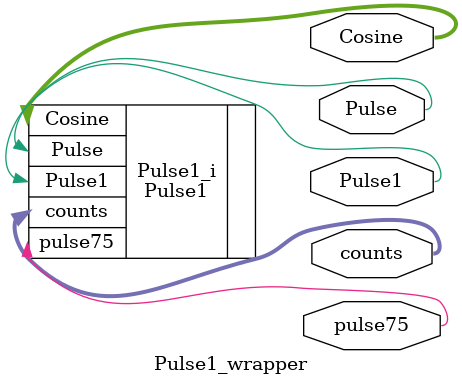
<source format=v>
`timescale 1 ps / 1 ps

module Pulse1_wrapper
   (Cosine,
    Pulse,
    Pulse1,
    counts,
    pulse75);
  output [15:0]Cosine;
  output Pulse;
  output Pulse1;
  output [12:0]counts;
  output pulse75;

  wire [15:0]Cosine;
  wire Pulse;
  wire Pulse1;
  wire [12:0]counts;
  wire pulse75;

  Pulse1 Pulse1_i
       (.Cosine(Cosine),
        .Pulse(Pulse),
        .Pulse1(Pulse1),
        .counts(counts),
        .pulse75(pulse75));
endmodule

</source>
